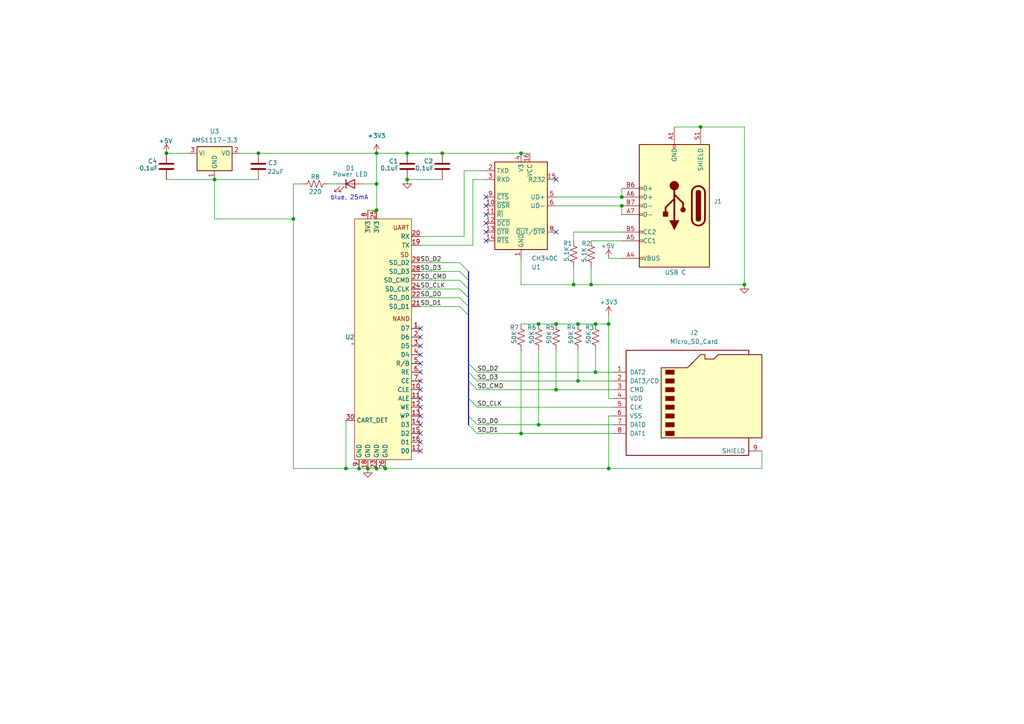
<source format=kicad_sch>
(kicad_sch (version 20231120) (generator "eeschema") (generator_version "8.0")
  (paper "A4")
  (title_block (title "Carter") (date "2024-05-30") (rev "1") (company "kiboigo.com") (comment 1 "JLCPCB"))
  (lib_symbols
    (symbol "Connector:Micro_SD_Card" (pin_names (offset 1.016))
      (property "Reference" "J" (at -16.51 15.24 0))
      (property "Value" "Micro_SD_Card" (at 16.51 15.24 0))
      (symbol "Micro_SD_Card_0_1"
        (rectangle (start -7.62 -9.525) (end -5.08 -10.795) (fill (type outline)))
        (rectangle (start -7.62 -6.985) (end -5.08 -8.255) (fill (type outline)))
        (rectangle (start -7.62 -4.445) (end -5.08 -5.715) (fill (type outline)))
        (rectangle (start -7.62 -1.905) (end -5.08 -3.175) (fill (type outline)))
        (rectangle (start -7.62 0.635) (end -5.08 -0.635) (fill (type outline)))
        (rectangle (start -7.62 3.175) (end -5.08 1.905) (fill (type outline)))
        (rectangle (start -7.62 5.715) (end -5.08 4.445) (fill (type outline)))
        (rectangle (start -7.62 8.255) (end -5.08 6.985) (fill (type outline)))
        (polyline (pts (xy 16.51 12.7) (xy 16.51 13.97) (xy -19.05 13.97) (xy -19.05 -16.51) (xy 16.51 -16.51) (xy 16.51 -11.43)) (stroke (width 0.254)))
        (polyline (pts (xy -8.89 -11.43) (xy -8.89 8.89) (xy -1.27 8.89) (xy 2.54 12.7) (xy 3.81 12.7) (xy 3.81 11.43) (xy 6.35 11.43) (xy 7.62 12.7) (xy 20.32 12.7) (xy 20.32 -11.43) (xy -8.89 -11.43)) (stroke (width 0.254)) (fill (type background)))
      )
      (symbol "Micro_SD_Card_1_1"
        (pin bidirectional line (at -22.86 7.62 0) (length 3.81) (name "DAT2") (number "1"))
        (pin bidirectional line (at -22.86 5.08 0) (length 3.81) (name "DAT3/CD") (number "2"))
        (pin input line (at -22.86 2.54 0) (length 3.81) (name "CMD") (number "3"))
        (pin power_in line (at -22.86 0 0) (length 3.81) (name "VDD") (number "4"))
        (pin input line (at -22.86 -2.54 0) (length 3.81) (name "CLK") (number "5"))
        (pin power_in line (at -22.86 -5.08 0) (length 3.81) (name "VSS") (number "6"))
        (pin bidirectional line (at -22.86 -7.62 0) (length 3.81) (name "DAT0") (number "7"))
        (pin bidirectional line (at -22.86 -10.16 0) (length 3.81) (name "DAT1") (number "8"))
        (pin passive line (at 20.32 -15.24 180) (length 3.81) (name "SHIELD") (number "9"))
      )
    )
    (symbol "Connector:USB_C_Receptacle_USB2.0_14P" (pin_names (offset 1.016))
      (property "Reference" "J" (at 0 22.225 0))
      (property "Value" "USB_C_Receptacle_USB2.0_14P" (at 0 19.685 0))
      (symbol "USB_C_Receptacle_USB2.0_14P_0_0"
        (rectangle (start -0.254 -17.78) (end 0.254 -16.764))
        (rectangle (start 10.16 -4.826) (end 9.144 -5.334))
        (rectangle (start 10.16 -2.286) (end 9.144 -2.794))
        (rectangle (start 10.16 0.254) (end 9.144 -0.254))
        (rectangle (start 10.16 2.794) (end 9.144 2.286))
        (rectangle (start 10.16 7.874) (end 9.144 7.366))
        (rectangle (start 10.16 10.414) (end 9.144 9.906))
        (rectangle (start 10.16 15.494) (end 9.144 14.986))
      )
      (symbol "USB_C_Receptacle_USB2.0_14P_0_1"
        (rectangle (start -10.16 17.78) (end 10.16 -17.78) (stroke (width 0.254)) (fill (type background)))
        (arc (start -8.89 -3.81) (mid -6.985 -5.7067) (end -5.08 -3.81) (stroke (width 0.508)))
        (arc (start -7.62 -3.81) (mid -6.985 -4.4423) (end -6.35 -3.81) (stroke (width 0.254)))
        (arc (start -7.62 -3.81) (mid -6.985 -4.4423) (end -6.35 -3.81) (stroke (width 0.254)) (fill (type outline)))
        (rectangle (start -7.62 -3.81) (end -6.35 3.81) (stroke (width 0.254)) (fill (type outline)))
        (arc (start -6.35 3.81) (mid -6.985 4.4423) (end -7.62 3.81) (stroke (width 0.254)))
        (arc (start -6.35 3.81) (mid -6.985 4.4423) (end -7.62 3.81) (stroke (width 0.254)) (fill (type outline)))
        (arc (start -5.08 3.81) (mid -6.985 5.7067) (end -8.89 3.81) (stroke (width 0.508)))
        (circle (center -2.54 1.143) (radius 0.635) (stroke (width 0.254)) (fill (type outline)))
        (circle (center 0 -5.842) (radius 1.27) (fill (type outline)))
        (polyline (pts (xy -8.89 -3.81) (xy -8.89 3.81)) (stroke (width 0.508)))
        (polyline (pts (xy -5.08 3.81) (xy -5.08 -3.81)) (stroke (width 0.508)))
        (polyline (pts (xy 0 -5.842) (xy 0 4.318)) (stroke (width 0.508)))
        (polyline (pts (xy 0 -3.302) (xy -2.54 -0.762) (xy -2.54 0.508)) (stroke (width 0.508)))
        (polyline (pts (xy 0 -2.032) (xy 2.54 0.508) (xy 2.54 1.778)) (stroke (width 0.508)))
        (polyline (pts (xy -1.27 4.318) (xy 0 6.858) (xy 1.27 4.318) (xy -1.27 4.318)) (stroke (width 0.254)) (fill (type outline)))
        (rectangle (start 1.905 1.778) (end 3.175 3.048) (stroke (width 0.254)) (fill (type outline)))
      )
      (symbol "USB_C_Receptacle_USB2.0_14P_1_1"
        (pin passive line (at 0 -22.86 90) (length 5.08) (name "GND") (number "A1"))
        (pin passive line (at 0 -22.86 90) (length 5.08) hide (name "GND") (number "A12"))
        (pin passive line (at 15.24 15.24 180) (length 5.08) (name "VBUS") (number "A4"))
        (pin bidirectional line (at 15.24 10.16 180) (length 5.08) (name "CC1") (number "A5"))
        (pin bidirectional line (at 15.24 -2.54 180) (length 5.08) (name "D+") (number "A6"))
        (pin bidirectional line (at 15.24 2.54 180) (length 5.08) (name "D-") (number "A7"))
        (pin passive line (at 15.24 15.24 180) (length 5.08) hide (name "VBUS") (number "A9"))
        (pin passive line (at 0 -22.86 90) (length 5.08) hide (name "GND") (number "B1"))
        (pin passive line (at 0 -22.86 90) (length 5.08) hide (name "GND") (number "B12"))
        (pin passive line (at 15.24 15.24 180) (length 5.08) hide (name "VBUS") (number "B4"))
        (pin bidirectional line (at 15.24 7.62 180) (length 5.08) (name "CC2") (number "B5"))
        (pin bidirectional line (at 15.24 -5.08 180) (length 5.08) (name "D+") (number "B6"))
        (pin bidirectional line (at 15.24 0 180) (length 5.08) (name "D-") (number "B7"))
        (pin passive line (at 15.24 15.24 180) (length 5.08) hide (name "VBUS") (number "B9"))
        (pin passive line (at -7.62 -22.86 90) (length 5.08) (name "SHIELD") (number "S1"))
      )
    )
    (symbol "Device:C" (pin_numbers hide) (pin_names (offset 0.254))
      (property "Reference" "C" (at 0.635 2.54 0))
      (property "Value" "C" (at 0.635 -2.54 0))
      (symbol "C_0_1"
        (polyline (pts (xy -2.032 -0.762) (xy 2.032 -0.762)) (stroke (width 0.508)))
        (polyline (pts (xy -2.032 0.762) (xy 2.032 0.762)) (stroke (width 0.508)))
      )
      (symbol "C_1_1"
        (pin passive line (at 0 3.81 270) (length 2.794) (name "~") (number "1"))
        (pin passive line (at 0 -3.81 90) (length 2.794) (name "~") (number "2"))
      )
    )
    (symbol "Device:LED" (pin_numbers hide) (pin_names (offset 1.016) hide)
      (property "Reference" "D" (at 0 2.54 0))
      (property "Value" "LED" (at 0 -2.54 0))
      (symbol "LED_0_1"
        (polyline (pts (xy -1.27 -1.27) (xy -1.27 1.27)) (stroke (width 0.254)))
        (polyline (pts (xy -1.27 0) (xy 1.27 0)))
        (polyline (pts (xy 1.27 -1.27) (xy 1.27 1.27) (xy -1.27 0) (xy 1.27 -1.27)) (stroke (width 0.254)))
        (polyline (pts (xy -3.048 -0.762) (xy -4.572 -2.286) (xy -3.81 -2.286) (xy -4.572 -2.286) (xy -4.572 -1.524)))
        (polyline (pts (xy -1.778 -0.762) (xy -3.302 -2.286) (xy -2.54 -2.286) (xy -3.302 -2.286) (xy -3.302 -1.524)))
      )
      (symbol "LED_1_1"
        (pin passive line (at -3.81 0 0) (length 2.54) (name "K") (number "1"))
        (pin passive line (at 3.81 0 180) (length 2.54) (name "A") (number "2"))
      )
    )
    (symbol "Device:R_US" (pin_numbers hide) (pin_names (offset 0))
      (property "Reference" "R" (at 2.54 0 90))
      (property "Value" "R_US" (at -2.54 0 90))
      (symbol "R_US_0_1"
        (polyline (pts (xy 0 -2.286) (xy 0 -2.54)))
        (polyline (pts (xy 0 2.286) (xy 0 2.54)))
        (polyline (pts (xy 0 -0.762) (xy 1.016 -1.143) (xy 0 -1.524) (xy -1.016 -1.905) (xy 0 -2.286)))
        (polyline (pts (xy 0 0.762) (xy 1.016 0.381) (xy 0 0) (xy -1.016 -0.381) (xy 0 -0.762)))
        (polyline (pts (xy 0 2.286) (xy 1.016 1.905) (xy 0 1.524) (xy -1.016 1.143) (xy 0 0.762)))
      )
      (symbol "R_US_1_1"
        (pin passive line (at 0 3.81 270) (length 1.27) (name "~") (number "1"))
        (pin passive line (at 0 -3.81 90) (length 1.27) (name "~") (number "2"))
      )
    )
    (symbol "Interface_USB:CH340C"
      (property "Reference" "U" (at -5.08 13.97 0))
      (property "Value" "CH340C" (at 1.27 13.97 0))
      (symbol "CH340C_0_1"
        (rectangle (start -7.62 12.7) (end 7.62 -12.7) (stroke (width 0.254)) (fill (type background)))
      )
      (symbol "CH340C_1_1"
        (pin power_in line (at 0 -15.24 90) (length 2.54) (name "GND") (number "1"))
        (pin input line (at 10.16 0 180) (length 2.54) (name "~{DSR}") (number "10"))
        (pin input line (at 10.16 -2.54 180) (length 2.54) (name "~{RI}") (number "11"))
        (pin input line (at 10.16 -5.08 180) (length 2.54) (name "~{DCD}") (number "12"))
        (pin output line (at 10.16 -7.62 180) (length 2.54) (name "~{DTR}") (number "13"))
        (pin output line (at 10.16 -10.16 180) (length 2.54) (name "~{RTS}") (number "14"))
        (pin input line (at -10.16 7.62 0) (length 2.54) (name "R232") (number "15"))
        (pin power_in line (at -2.54 15.24 270) (length 2.54) (name "VCC") (number "16"))
        (pin output line (at 10.16 10.16 180) (length 2.54) (name "TXD") (number "2"))
        (pin input line (at 10.16 7.62 180) (length 2.54) (name "RXD") (number "3"))
        (pin power_out line (at 0 15.24 270) (length 2.54) (name "V3") (number "4"))
        (pin bidirectional line (at -10.16 2.54 0) (length 2.54) (name "UD+") (number "5"))
        (pin bidirectional line (at -10.16 0 0) (length 2.54) (name "UD-") (number "6"))
        (pin no_connect line (at -7.62 -5.08 0) (length 2.54) hide (name "NC") (number "7"))
        (pin output line (at -10.16 -7.62 0) (length 2.54) (name "~{OUT}/~{DTR}") (number "8"))
        (pin input line (at 10.16 2.54 180) (length 2.54) (name "~{CTS}") (number "9"))
      )
    )
    (symbol "LeapFrog:LeapFrog-Cart"
      (property "Reference" "U" (at 5.334 41.656 0))
      (symbol "LeapFrog-Cart_0_0"
        (text "NAND" (at 4.572 11.684 0) (effects (font (size 1.27 1.27))))
        (text "SD" (at 5.588 30.226 0) (effects (font (size 1.27 1.27))))
        (text "UART" (at 4.572 38.1 0) (effects (font (size 1.27 1.27))))
      )
      (symbol "LeapFrog-Cart_1_1"
        (rectangle (start -8.89 40.64) (end 7.62 -29.21) (fill (type background)))
        (pin bidirectional line (at 10.16 8.89 180) (length 2.54) (name "D7") (number "1"))
        (pin bidirectional line (at 10.16 -8.89 180) (length 2.54) (name "CLE") (number "10"))
        (pin bidirectional line (at 10.16 -11.43 180) (length 2.54) (name "ALE") (number "11"))
        (pin bidirectional line (at 10.16 -13.97 180) (length 2.54) (name "WE") (number "12"))
        (pin bidirectional line (at 10.16 -16.51 180) (length 2.54) (name "WP") (number "13"))
        (pin bidirectional line (at 10.16 -19.05 180) (length 2.54) (name "D3") (number "14"))
        (pin bidirectional line (at 10.16 -21.59 180) (length 2.54) (name "D2") (number "15"))
        (pin bidirectional line (at 10.16 -24.13 180) (length 2.54) (name "D1") (number "16"))
        (pin bidirectional line (at 10.16 -26.67 180) (length 2.54) (name "D0") (number "17"))
        (pin power_in line (at -5.08 -31.75 90) (length 2.54) (name "GND") (number "18"))
        (pin bidirectional line (at 10.16 33.02 180) (length 2.54) (name "TX") (number "19"))
        (pin bidirectional line (at 10.16 6.35 180) (length 2.54) (name "D6") (number "2"))
        (pin bidirectional line (at 10.16 35.56 180) (length 2.54) (name "RX") (number "20"))
        (pin bidirectional line (at 10.16 15.24 180) (length 2.54) (name "SD_D1") (number "21"))
        (pin bidirectional line (at 10.16 17.78 180) (length 2.54) (name "SD_D0") (number "22"))
        (pin power_in line (at -2.54 -31.75 90) (length 2.54) (name "GND") (number "23"))
        (pin output line (at 10.16 20.32 180) (length 2.54) (name "SD_CLK") (number "24"))
        (pin power_out line (at -2.54 43.18 270) (length 2.54) (name "3V3") (number "25"))
        (pin power_in line (at 0 -31.75 90) (length 2.54) (name "GND") (number "26"))
        (pin bidirectional line (at 10.16 22.86 180) (length 2.54) (name "SD_CMD") (number "27"))
        (pin bidirectional line (at 10.16 25.4 180) (length 2.54) (name "SD_D3") (number "28"))
        (pin bidirectional line (at 10.16 27.94 180) (length 2.54) (name "SD_D2") (number "29"))
        (pin bidirectional line (at 10.16 3.81 180) (length 2.54) (name "D5") (number "3"))
        (pin bidirectional line (at -11.43 -17.78 0) (length 2.54) (name "CART_DET") (number "30"))
        (pin bidirectional line (at 10.16 1.27 180) (length 2.54) (name "D4") (number "4"))
        (pin bidirectional line (at 10.16 -1.27 180) (length 2.54) (name "R/B") (number "5"))
        (pin bidirectional line (at 10.16 -3.81 180) (length 2.54) (name "RE") (number "6"))
        (pin bidirectional line (at 10.16 -6.35 180) (length 2.54) (name "CE") (number "7"))
        (pin power_out line (at -5.08 43.18 270) (length 2.54) (name "3V3") (number "8"))
        (pin power_in line (at -7.62 -31.75 90) (length 2.54) (name "GND") (number "9"))
      )
    )
    (symbol "Regulator_Linear:AMS1117-3.3"
      (property "Reference" "U" (at -3.81 3.175 0))
      (property "Value" "AMS1117-3.3" (at 0 3.175 0))
      (symbol "AMS1117-3.3_0_1"
        (rectangle (start -5.08 -5.08) (end 5.08 1.905) (stroke (width 0.254)) (fill (type background)))
      )
      (symbol "AMS1117-3.3_1_1"
        (pin power_in line (at 0 -7.62 90) (length 2.54) (name "GND") (number "1"))
        (pin power_out line (at 7.62 0 180) (length 2.54) (name "VO") (number "2"))
        (pin power_in line (at -7.62 0 0) (length 2.54) (name "VI") (number "3"))
      )
    )
    (symbol "power:+3V3" (power) (pin_numbers hide) (pin_names (offset 0) hide)
      (property "Value" "+3V3" (at 0 3.556 0))
      (symbol "+3V3_0_1"
        (polyline (pts (xy -0.762 1.27) (xy 0 2.54)))
        (polyline (pts (xy 0 0) (xy 0 2.54)))
        (polyline (pts (xy 0 2.54) (xy 0.762 1.27)))
      )
      (symbol "+3V3_1_1"
        (pin power_in line (at 0 0 90) (length 0) (name "~") (number "1"))
      )
    )
    (symbol "power:+5V" (power) (pin_numbers hide) (pin_names (offset 0) hide)
      (property "Value" "+5V" (at 0 3.556 0))
      (symbol "+5V_0_1"
        (polyline (pts (xy -0.762 1.27) (xy 0 2.54)))
        (polyline (pts (xy 0 0) (xy 0 2.54)))
        (polyline (pts (xy 0 2.54) (xy 0.762 1.27)))
      )
      (symbol "+5V_1_1"
        (pin power_in line (at 0 0 90) (length 0) (name "~") (number "1"))
      )
    )
    (symbol "power:GND" (power) (pin_numbers hide) (pin_names (offset 0) hide)
      (property "Value" "GND" (at 0 -3.81 0))
      (symbol "GND_0_1"
        (polyline (pts (xy 0 0) (xy 0 -1.27) (xy 1.27 -1.27) (xy 0 -2.54) (xy -1.27 -1.27) (xy 0 -1.27)))
      )
      (symbol "GND_1_1"
        (pin power_in line (at 0 0 270) (length 0) (name "~") (number "1"))
      )
    )
  )
  (junction (at 151.13 125.73))
  (junction (at 161.29 93.98))
  (junction (at 176.53 93.98))
  (junction (at 74.93 44.45))
  (junction (at 180.34 57.15))
  (junction (at 48.26 44.45))
  (junction (at 118.11 52.07))
  (junction (at 180.34 59.69))
  (junction (at 171.45 82.55))
  (junction (at 172.72 107.95))
  (junction (at 172.72 93.98))
  (junction (at 85.09 63.5))
  (junction (at 109.22 60.96))
  (junction (at 167.64 110.49))
  (junction (at 104.14 135.89))
  (junction (at 156.21 93.98))
  (junction (at 128.27 44.45))
  (junction (at 156.21 123.19))
  (junction (at 161.29 113.03))
  (junction (at 118.11 44.45))
  (junction (at 100.33 135.89))
  (junction (at 106.68 135.89))
  (junction (at 109.22 53.34))
  (junction (at 111.76 135.89))
  (junction (at 151.13 44.45))
  (junction (at 109.22 135.89))
  (junction (at 176.53 135.89))
  (junction (at 215.9 82.55))
  (junction (at 62.23 52.07))
  (junction (at 166.37 82.55))
  (junction (at 109.22 44.45))
  (junction (at 203.2 36.83))
  (junction (at 167.64 93.98))
  (no_connect (at 121.92 97.79))
  (no_connect (at 121.92 118.11))
  (no_connect (at 121.92 130.81))
  (no_connect (at 140.97 62.23))
  (no_connect (at 121.92 128.27))
  (no_connect (at 140.97 64.77))
  (no_connect (at 121.92 95.25))
  (no_connect (at 121.92 123.19))
  (no_connect (at 161.29 52.07))
  (no_connect (at 121.92 125.73))
  (no_connect (at 121.92 113.03))
  (no_connect (at 140.97 57.15))
  (no_connect (at 121.92 107.95))
  (no_connect (at 140.97 69.85))
  (no_connect (at 140.97 67.31))
  (no_connect (at 121.92 105.41))
  (no_connect (at 161.29 67.31))
  (no_connect (at 140.97 59.69))
  (no_connect (at 121.92 115.57))
  (no_connect (at 121.92 110.49))
  (no_connect (at 121.92 100.33))
  (no_connect (at 121.92 102.87))
  (no_connect (at 121.92 120.65))
  (bus_entry (at 135.89 110.49) (size 2.54 2.54))
  (bus_entry (at 133.35 81.28) (size 2.54 2.54))
  (bus_entry (at 135.89 123.19) (size 2.54 2.54))
  (bus_entry (at 135.89 105.41) (size 2.54 2.54))
  (bus_entry (at 133.35 88.9) (size 2.54 2.54))
  (bus_entry (at 133.35 86.36) (size 2.54 2.54))
  (bus_entry (at 133.35 76.2) (size 2.54 2.54))
  (bus_entry (at 133.35 78.74) (size 2.54 2.54))
  (bus_entry (at 133.35 83.82) (size 2.54 2.54))
  (bus_entry (at 135.89 107.95) (size 2.54 2.54))
  (bus_entry (at 135.89 120.65) (size 2.54 2.54))
  (bus_entry (at 135.89 115.57) (size 2.54 2.54))
  (wire (pts (xy 121.92 76.2) (xy 133.35 76.2)))
  (wire (pts (xy 215.9 36.83) (xy 215.9 82.55)))
  (wire (pts (xy 156.21 101.6) (xy 156.21 123.19)))
  (wire (pts (xy 138.43 113.03) (xy 161.29 113.03)))
  (wire (pts (xy 167.64 110.49) (xy 177.8 110.49)))
  (wire (pts (xy 176.53 91.44) (xy 176.53 93.98)))
  (wire (pts (xy 203.2 36.83) (xy 215.9 36.83)))
  (wire (pts (xy 109.22 53.34) (xy 109.22 44.45)))
  (wire (pts (xy 176.53 93.98) (xy 176.53 115.57)))
  (wire (pts (xy 85.09 53.34) (xy 85.09 63.5)))
  (bus (pts (xy 135.89 78.74) (xy 135.89 81.28)))
  (wire (pts (xy 85.09 135.89) (xy 100.33 135.89)))
  (bus (pts (xy 135.89 107.95) (xy 135.89 110.49)))
  (wire (pts (xy 177.8 120.65) (xy 176.53 120.65)))
  (wire (pts (xy 118.11 52.07) (xy 128.27 52.07)))
  (wire (pts (xy 166.37 77.47) (xy 166.37 82.55)))
  (wire (pts (xy 134.62 49.53) (xy 140.97 49.53)))
  (wire (pts (xy 62.23 63.5) (xy 85.09 63.5)))
  (wire (pts (xy 171.45 77.47) (xy 171.45 82.55)))
  (wire (pts (xy 176.53 135.89) (xy 220.98 135.89)))
  (bus (pts (xy 135.89 115.57) (xy 135.89 120.65)))
  (wire (pts (xy 172.72 101.6) (xy 172.72 107.95)))
  (wire (pts (xy 167.64 93.98) (xy 172.72 93.98)))
  (wire (pts (xy 138.43 123.19) (xy 156.21 123.19)))
  (wire (pts (xy 121.92 83.82) (xy 133.35 83.82)))
  (wire (pts (xy 111.76 135.89) (xy 176.53 135.89)))
  (bus (pts (xy 135.89 88.9) (xy 135.89 91.44)))
  (wire (pts (xy 151.13 74.93) (xy 151.13 82.55)))
  (wire (pts (xy 128.27 44.45) (xy 151.13 44.45)))
  (bus (pts (xy 135.89 91.44) (xy 135.89 105.41)))
  (wire (pts (xy 100.33 121.92) (xy 100.33 135.89)))
  (wire (pts (xy 134.62 68.58) (xy 134.62 49.53)))
  (wire (pts (xy 105.41 53.34) (xy 109.22 53.34)))
  (wire (pts (xy 177.8 115.57) (xy 176.53 115.57)))
  (bus (pts (xy 135.89 110.49) (xy 135.89 115.57)))
  (wire (pts (xy 104.14 135.89) (xy 106.68 135.89)))
  (wire (pts (xy 171.45 69.85) (xy 180.34 69.85)))
  (wire (pts (xy 138.43 118.11) (xy 177.8 118.11)))
  (wire (pts (xy 156.21 123.19) (xy 177.8 123.19)))
  (wire (pts (xy 180.34 59.69) (xy 180.34 62.23)))
  (wire (pts (xy 85.09 63.5) (xy 85.09 135.89)))
  (wire (pts (xy 180.34 74.93) (xy 176.53 74.93)))
  (wire (pts (xy 118.11 44.45) (xy 128.27 44.45)))
  (wire (pts (xy 151.13 125.73) (xy 177.8 125.73)))
  (wire (pts (xy 151.13 82.55) (xy 166.37 82.55)))
  (wire (pts (xy 62.23 52.07) (xy 74.93 52.07)))
  (wire (pts (xy 176.53 120.65) (xy 176.53 135.89)))
  (wire (pts (xy 166.37 67.31) (xy 180.34 67.31)))
  (wire (pts (xy 69.85 44.45) (xy 74.93 44.45)))
  (bus (pts (xy 135.89 120.65) (xy 135.89 123.19)))
  (wire (pts (xy 151.13 101.6) (xy 151.13 125.73)))
  (wire (pts (xy 180.34 57.15) (xy 180.34 54.61)))
  (wire (pts (xy 161.29 59.69) (xy 180.34 59.69)))
  (wire (pts (xy 161.29 57.15) (xy 180.34 57.15)))
  (wire (pts (xy 95.25 53.34) (xy 97.79 53.34)))
  (wire (pts (xy 106.68 135.89) (xy 109.22 135.89)))
  (wire (pts (xy 109.22 60.96) (xy 109.22 53.34)))
  (wire (pts (xy 100.33 135.89) (xy 104.14 135.89)))
  (wire (pts (xy 137.16 71.12) (xy 137.16 52.07)))
  (wire (pts (xy 156.21 93.98) (xy 161.29 93.98)))
  (wire (pts (xy 121.92 71.12) (xy 137.16 71.12)))
  (bus (pts (xy 135.89 83.82) (xy 135.89 86.36)))
  (wire (pts (xy 74.93 44.45) (xy 109.22 44.45)))
  (wire (pts (xy 172.72 107.95) (xy 177.8 107.95)))
  (wire (pts (xy 109.22 135.89) (xy 111.76 135.89)))
  (wire (pts (xy 151.13 44.45) (xy 153.67 44.45)))
  (wire (pts (xy 161.29 101.6) (xy 161.29 113.03)))
  (wire (pts (xy 137.16 52.07) (xy 140.97 52.07)))
  (wire (pts (xy 138.43 107.95) (xy 172.72 107.95)))
  (wire (pts (xy 161.29 93.98) (xy 167.64 93.98)))
  (wire (pts (xy 138.43 125.73) (xy 151.13 125.73)))
  (wire (pts (xy 62.23 52.07) (xy 62.23 63.5)))
  (wire (pts (xy 195.58 36.83) (xy 203.2 36.83)))
  (wire (pts (xy 167.64 101.6) (xy 167.64 110.49)))
  (wire (pts (xy 121.92 78.74) (xy 133.35 78.74)))
  (bus (pts (xy 135.89 81.28) (xy 135.89 83.82)))
  (wire (pts (xy 121.92 88.9) (xy 133.35 88.9)))
  (wire (pts (xy 161.29 113.03) (xy 177.8 113.03)))
  (wire (pts (xy 166.37 82.55) (xy 171.45 82.55)))
  (wire (pts (xy 171.45 82.55) (xy 215.9 82.55)))
  (bus (pts (xy 135.89 86.36) (xy 135.89 88.9)))
  (wire (pts (xy 167.64 110.49) (xy 138.43 110.49)))
  (wire (pts (xy 48.26 44.45) (xy 54.61 44.45)))
  (wire (pts (xy 151.13 93.98) (xy 156.21 93.98)))
  (wire (pts (xy 121.92 81.28) (xy 133.35 81.28)))
  (wire (pts (xy 106.68 60.96) (xy 109.22 60.96)))
  (wire (pts (xy 48.26 52.07) (xy 62.23 52.07)))
  (wire (pts (xy 85.09 53.34) (xy 87.63 53.34)))
  (wire (pts (xy 166.37 69.85) (xy 166.37 67.31)))
  (wire (pts (xy 172.72 93.98) (xy 176.53 93.98)))
  (bus (pts (xy 135.89 105.41) (xy 135.89 107.95)))
  (wire (pts (xy 220.98 135.89) (xy 220.98 130.81)))
  (wire (pts (xy 121.92 86.36) (xy 133.35 86.36)))
  (wire (pts (xy 109.22 44.45) (xy 118.11 44.45)))
  (wire (pts (xy 121.92 68.58) (xy 134.62 68.58)))
  (text "blue, 25mA\n" (at 101.346 57.404 0) (effects (font (size 1.27 1.27))))
  (label "SD_D3" (at 121.92 78.74 0))
  (label "SD_CLK" (at 121.92 83.82 0))
  (label "SD_D3" (at 138.43 110.49 0))
  (label "SD_CMD" (at 121.92 81.28 0))
  (label "SD_CMD" (at 138.43 113.03 0))
  (label "SD_D0" (at 121.92 86.36 0))
  (label "SD_D1" (at 138.43 125.73 0))
  (label "SD_D2" (at 121.92 76.2 0))
  (label "SD_CLK" (at 138.43 118.11 0))
  (label "SD_D0" (at 138.43 123.19 0))
  (label "SD_D1" (at 121.92 88.9 0))
  (label "SD_D2" (at 138.43 107.95 0))
  (symbol (lib_id "Device:R_US") (at 172.72 97.79 0) (unit 1)
    (property "Reference" "R3" (at 169.672 94.996 0) (effects (justify left)))
    (property "Value" "50K" (at 170.688 99.822 90) (effects (justify left)))
    (property "Footprint" "Resistor_SMD:R_0805_2012Metric" (effects (hide yes)))
    (property "Description" "Resistor, US symbol" (effects (hide yes)))
    (property "LCSC" "C2828840" (effects (hide yes)))
  )
  (symbol (lib_id "Device:LED") (at 101.6 53.34 0) (unit 1)
    (property "Reference" "D1" (at 101.6 48.768 0))
    (property "Value" "Power LED" (at 101.6 50.546 0))
    (property "Footprint" "LED_SMD:LED_0603_1608Metric" (effects (hide yes)))
    (property "Description" "Light emitting diode" (effects (hide yes)))
    (property "LCSC" "C965807" (effects (hide yes)))
  )
  (symbol (lib_id "Device:R_US") (at 167.64 97.79 0) (unit 1)
    (property "Reference" "R4" (at 164.338 94.996 0) (effects (justify left)))
    (property "Value" "50K" (at 165.608 99.822 90) (effects (justify left)))
    (property "Footprint" "Resistor_SMD:R_0805_2012Metric" (effects (hide yes)))
    (property "Description" "Resistor, US symbol" (effects (hide yes)))
    (property "LCSC" "C2828840" (effects (hide yes)))
  )
  (symbol (lib_id "Connector:Micro_SD_Card") (at 200.66 115.57 0) (unit 1)
    (property "Reference" "J2" (at 201.295 96.52 0))
    (property "Value" "Micro_SD_Card" (at 201.295 99.06 0))
    (property "Footprint" "ST-TF:SUNTECH_ST-TF-003A" (effects (hide yes)))
    (property "Datasheet" "http://katalog.we-online.de/em/datasheet/693072010801.pdf" (effects (hide yes)))
    (property "Description" "Micro SD Card Socket" (effects (hide yes)))
    (property "LCSC" "C393941" (effects (hide yes)))
  )
  (symbol (lib_id "Connector:USB_C_Receptacle_USB2.0_14P") (at 195.58 59.69 180) (unit 1)
    (property "Reference" "J1" (at 207.01 58.4199 0) (effects (justify right)))
    (property "Value" "USB C" (at 192.786 78.994 0) (effects (justify right)))
    (property "Footprint" "Connector_USB:USB_C_Receptacle_GCT_USB4105-xx-A_16P_TopMnt_Horizontal" (effects (hide yes)))
    (property "Datasheet" "https://www.usb.org/sites/default/files/documents/usb_type-c.zip" (effects (hide yes)))
    (property "Description" "USB 2.0-only 14P Type-C Receptacle connector" (effects (hide yes)))
    (property "LCSC" "C2988369" (effects (hide yes)))
  )
  (symbol (lib_id "Device:R_US") (at 156.21 97.79 0) (unit 1)
    (property "Reference" "R6" (at 152.908 94.996 0) (effects (justify left)))
    (property "Value" "50K" (at 154.178 99.822 90) (effects (justify left)))
    (property "Footprint" "Resistor_SMD:R_0805_2012Metric" (effects (hide yes)))
    (property "Description" "Resistor, US symbol" (effects (hide yes)))
    (property "LCSC" "C2828840" (effects (hide yes)))
  )
  (symbol (lib_id "Device:C") (at 118.11 48.26 0) (unit 1)
    (property "Reference" "C1" (at 112.776 46.736 0) (effects (justify left)))
    (property "Value" "0.1uF" (at 110.236 48.768 0) (effects (justify left)))
    (property "Footprint" "Capacitor_SMD:C_0603_1608Metric" (effects (hide yes)))
    (property "Description" "Unpolarized capacitor" (effects (hide yes)))
    (property "LCSC" "C14663" (effects (hide yes)))
  )
  (symbol (lib_id "Device:R_US") (at 171.45 73.66 0) (unit 1)
    (property "Reference" "R2" (at 168.656 70.612 0) (effects (justify left)))
    (property "Value" "5.1K" (at 169.418 76.2 90) (effects (justify left)))
    (property "Footprint" "Resistor_SMD:R_0603_1608Metric" (effects (hide yes)))
    (property "Description" "Resistor, US symbol" (effects (hide yes)))
    (property "LCSC" "C23186" (effects (hide yes)))
  )
  (symbol (lib_id "power:GND") (at 118.11 52.07 0) (unit 1)
    (property "Reference" "#PWR07" (effects (hide yes)))
    (property "Value" "GND" (effects (hide yes)))
    (property "Description" "Power symbol creates a global label with name \"GND\" , ground" (effects (hide yes)))
  )
  (symbol (lib_id "power:+5V") (at 48.26 44.45 0) (unit 1)
    (property "Reference" "#PWR06" (effects (hide yes)))
    (property "Value" "+5V" (at 48.006 40.894 0))
    (property "Description" "Power symbol creates a global label with name \"+5V\"" (effects (hide yes)))
  )
  (symbol (lib_id "power:GND") (at 106.68 135.89 0) (unit 1)
    (property "Reference" "#PWR03" (effects (hide yes)))
    (property "Value" "GND" (effects (hide yes)))
    (property "Description" "Power symbol creates a global label with name \"GND\" , ground" (effects (hide yes)))
  )
  (symbol (lib_id "Device:R_US") (at 166.37 73.66 0) (unit 1)
    (property "Reference" "R1" (at 163.322 70.612 0) (effects (justify left)))
    (property "Value" "5.1K" (at 164.338 75.946 90) (effects (justify left)))
    (property "Footprint" "Resistor_SMD:R_0603_1608Metric" (effects (hide yes)))
    (property "Description" "Resistor, US symbol" (effects (hide yes)))
    (property "LCSC" "C23186" (effects (hide yes)))
  )
  (symbol (lib_id "Interface_USB:CH340C") (at 151.13 59.69 0) (mirror y) (unit 1)
    (property "Reference" "U1" (at 154.1465 77.47 0) (effects (justify right)))
    (property "Value" "CH340C" (at 154.1465 74.93 0) (effects (justify right)))
    (property "Footprint" "Package_SO:SOIC-16_3.9x9.9mm_P1.27mm" (effects (hide yes)))
    (property "Datasheet" "https://datasheet.lcsc.com/szlcsc/Jiangsu-Qin-Heng-CH340C_C84681.pdf" (effects (hide yes)))
    (property "Description" "USB serial converter, UART, SOIC-16" (effects (hide yes)))
    (property "LCSC" "C7464026" (effects (hide yes)))
  )
  (symbol (lib_id "power:+3V3") (at 176.53 91.44 0) (unit 1)
    (property "Reference" "#PWR04" (effects (hide yes)))
    (property "Value" "+3V3" (at 176.53 87.63 0))
    (property "Description" "Power symbol creates a global label with name \"+3V3\"" (effects (hide yes)))
  )
  (symbol (lib_id "Device:C") (at 74.93 48.26 0) (unit 1)
    (property "Reference" "C3" (at 77.724 47.244 0) (effects (justify left)))
    (property "Value" "22uF" (at 77.47 49.784 0) (effects (justify left)))
    (property "Footprint" "Capacitor_SMD:C_0603_1608Metric" (effects (hide yes)))
    (property "Description" "Unpolarized capacitor" (effects (hide yes)))
    (property "LCSC" "C59461" (effects (hide yes)))
  )
  (symbol (lib_id "Device:C") (at 128.27 48.26 0) (unit 1)
    (property "Reference" "C2" (at 122.936 46.736 0) (effects (justify left)))
    (property "Value" "0.1uF" (at 120.396 48.768 0) (effects (justify left)))
    (property "Footprint" "Capacitor_SMD:C_0603_1608Metric" (effects (hide yes)))
    (property "Description" "Unpolarized capacitor" (effects (hide yes)))
    (property "LCSC" "C14663" (effects (hide yes)))
  )
  (symbol (lib_id "Device:C") (at 48.26 48.26 0) (unit 1)
    (property "Reference" "C4" (at 42.926 46.736 0) (effects (justify left)))
    (property "Value" "0.1uF" (at 40.386 48.768 0) (effects (justify left)))
    (property "Footprint" "Capacitor_SMD:C_0603_1608Metric" (effects (hide yes)))
    (property "Description" "Unpolarized capacitor" (effects (hide yes)))
    (property "LCSC" "C14663" (effects (hide yes)))
  )
  (symbol (lib_id "Device:R_US") (at 91.44 53.34 90) (unit 1)
    (property "Reference" "R8" (at 91.44 51.308 90))
    (property "Value" "220" (at 91.44 55.626 90))
    (property "Footprint" "Resistor_SMD:R_0603_1608Metric" (effects (hide yes)))
    (property "Description" "Resistor, US symbol" (effects (hide yes)))
    (property "LCSC" "C4190" (effects (hide yes)))
  )
  (symbol (lib_id "power:+5V") (at 176.53 74.93 0) (unit 1)
    (property "Reference" "#PWR05" (effects (hide yes)))
    (property "Value" "+5V" (at 176.276 71.374 0))
    (property "Description" "Power symbol creates a global label with name \"+5V\"" (effects (hide yes)))
  )
  (symbol (lib_id "power:+3V3") (at 109.22 44.45 0) (unit 1)
    (property "Reference" "#PWR02" (effects (hide yes)))
    (property "Value" "+3V3" (at 109.22 39.37 0))
    (property "Description" "Power symbol creates a global label with name \"+3V3\"" (effects (hide yes)))
  )
  (symbol (lib_id "power:GND") (at 215.9 82.55 0) (unit 1)
    (property "Reference" "#PWR01" (effects (hide yes)))
    (property "Value" "GND" (effects (hide yes)))
    (property "Description" "Power symbol creates a global label with name \"GND\" , ground" (effects (hide yes)))
  )
  (symbol (lib_id "LeapFrog:LeapFrog-Cart") (at 111.76 104.14 0) (unit 1)
    (property "Reference" "U2" (at 102.87 97.7899 0) (effects (justify right)))
    (property "Value" "~" (at 102.87 99.695 0) (effects (justify right)))
    (property "Footprint" "LeapFrog:Cartridge" (effects (hide yes)))
  )
  (symbol (lib_id "Device:R_US") (at 161.29 97.79 0) (unit 1)
    (property "Reference" "R5" (at 158.242 94.996 0) (effects (justify left)))
    (property "Value" "50K" (at 159.258 99.822 90) (effects (justify left)))
    (property "Footprint" "Resistor_SMD:R_0805_2012Metric" (effects (hide yes)))
    (property "Description" "Resistor, US symbol" (effects (hide yes)))
    (property "LCSC" "C2828840" (effects (hide yes)))
  )
  (symbol (lib_id "Device:R_US") (at 151.13 97.79 0) (unit 1)
    (property "Reference" "R7" (at 147.828 94.996 0) (effects (justify left)))
    (property "Value" "50K" (at 149.098 99.822 90) (effects (justify left)))
    (property "Footprint" "Resistor_SMD:R_0805_2012Metric" (effects (hide yes)))
    (property "Description" "Resistor, US symbol" (effects (hide yes)))
    (property "LCSC" "C2828840" (effects (hide yes)))
  )
  (symbol (lib_id "Regulator_Linear:AMS1117-3.3") (at 62.23 44.45 0) (unit 1)
    (property "Reference" "U3" (at 62.23 38.1 0))
    (property "Value" "AMS1117-3.3" (at 62.23 40.64 0))
    (property "Footprint" "Package_TO_SOT_SMD:SOT-223-3_TabPin2" (effects (hide yes)))
    (property "Datasheet" "http://www.advanced-monolithic.com/pdf/ds1117.pdf" (effects (hide yes)))
    (property "Description" "1A Low Dropout regulator, positive, 3.3V fixed output, SOT-223" (effects (hide yes)))
    (property "LCSC" "C347222" (effects (hide yes)))
  )
)
</source>
